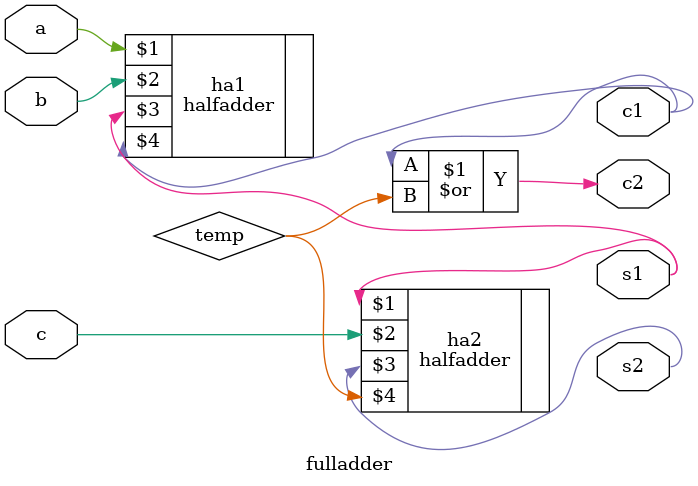
<source format=v>
module fulladder(a,b,c,s1,c1,s2,c2);
input a,b,c;
output s2,c2,s1,c1;
wire temp;
halfadder ha1(a,b,s1,c1);
halfadder ha2(s1,c,s2,temp);
or or1(c2,c1,temp);
endmodule
</source>
